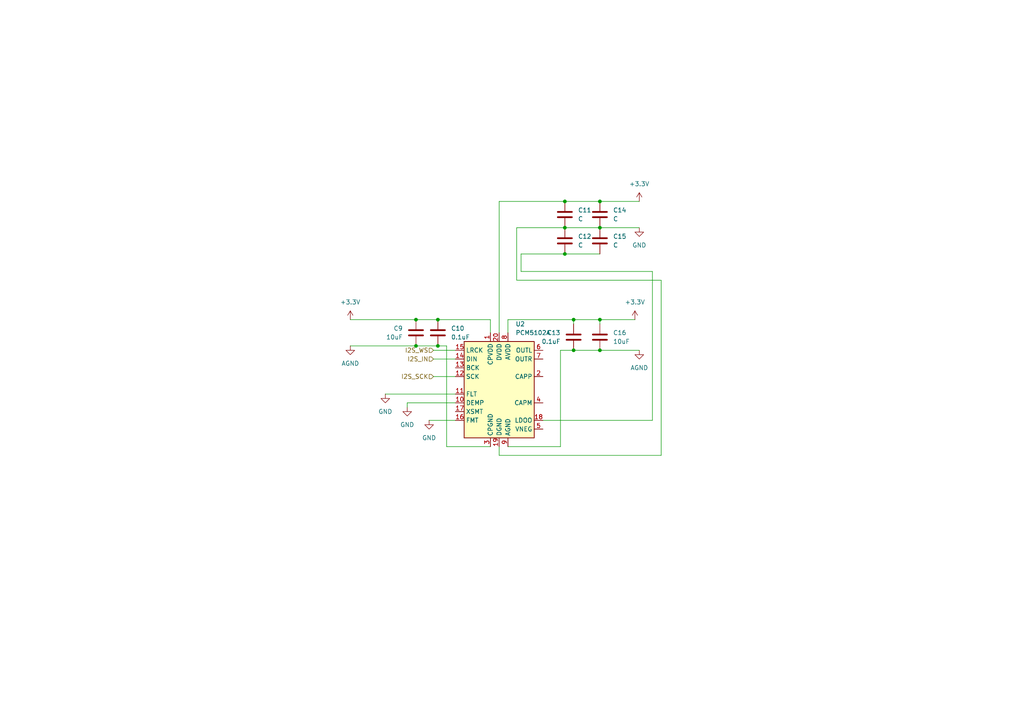
<source format=kicad_sch>
(kicad_sch (version 20231120) (generator "eeschema") (generator_version "8.0")
  (paper "A4")
  (lib_symbols
    (symbol "Audio:PCM5102A"
      (property "Reference" "U" (at -10.16 13.97 0))
      (property "Value" "PCM5102A" (at 3.81 13.97 0))
      (symbol "PCM5102A_0_1"
        (rectangle (start -10.16 12.7) (end 10.16 -15.24) (stroke (width 0.254)) (fill (type background)))
      )
      (symbol "PCM5102A_1_1"
        (pin passive line (at -2.54 15.24 270) (length 2.54) (name "CPVDD") (number "1"))
        (pin input line (at -12.7 -5.08 0) (length 2.54) (name "DEMP") (number "10"))
        (pin input line (at -12.7 -2.54 0) (length 2.54) (name "FLT") (number "11"))
        (pin input line (at -12.7 2.54 0) (length 2.54) (name "SCK") (number "12"))
        (pin input line (at -12.7 5.08 0) (length 2.54) (name "BCK") (number "13"))
        (pin input line (at -12.7 7.62 0) (length 2.54) (name "DIN") (number "14"))
        (pin input line (at -12.7 10.16 0) (length 2.54) (name "LRCK") (number "15"))
        (pin input line (at -12.7 -10.16 0) (length 2.54) (name "FMT") (number "16"))
        (pin input line (at -12.7 -7.62 0) (length 2.54) (name "XSMT") (number "17"))
        (pin passive line (at 12.7 -10.16 180) (length 2.54) (name "LDOO") (number "18"))
        (pin power_in line (at 0 -17.78 90) (length 2.54) (name "DGND") (number "19"))
        (pin passive line (at 12.7 2.54 180) (length 2.54) (name "CAPP") (number "2"))
        (pin power_in line (at 0 15.24 270) (length 2.54) (name "DVDD") (number "20"))
        (pin power_in line (at -2.54 -17.78 90) (length 2.54) (name "CPGND") (number "3"))
        (pin passive line (at 12.7 -5.08 180) (length 2.54) (name "CAPM") (number "4"))
        (pin passive line (at 12.7 -12.7 180) (length 2.54) (name "VNEG") (number "5"))
        (pin output line (at 12.7 10.16 180) (length 2.54) (name "OUTL") (number "6"))
        (pin output line (at 12.7 7.62 180) (length 2.54) (name "OUTR") (number "7"))
        (pin power_in line (at 2.54 15.24 270) (length 2.54) (name "AVDD") (number "8"))
        (pin power_in line (at 2.54 -17.78 90) (length 2.54) (name "AGND") (number "9"))
      )
    )
    (symbol "Device:C" (pin_numbers hide) (pin_names (offset 0.254))
      (property "Reference" "C" (at 0.635 2.54 0))
      (property "Value" "C" (at 0.635 -2.54 0))
      (symbol "C_0_1"
        (polyline (pts (xy -2.032 -0.762) (xy 2.032 -0.762)) (stroke (width 0.508)))
        (polyline (pts (xy -2.032 0.762) (xy 2.032 0.762)) (stroke (width 0.508)))
      )
      (symbol "C_1_1"
        (pin passive line (at 0 3.81 270) (length 2.794) (name "~") (number "1"))
        (pin passive line (at 0 -3.81 90) (length 2.794) (name "~") (number "2"))
      )
    )
    (symbol "power:+3.3V" (power) (pin_numbers hide) (pin_names (offset 0) hide)
      (property "Value" "+3.3V" (at 0 3.556 0))
      (symbol "+3.3V_0_1"
        (polyline (pts (xy -0.762 1.27) (xy 0 2.54)))
        (polyline (pts (xy 0 0) (xy 0 2.54)))
        (polyline (pts (xy 0 2.54) (xy 0.762 1.27)))
      )
      (symbol "+3.3V_1_1"
        (pin power_in line (at 0 0 90) (length 0) (name "~") (number "1"))
      )
    )
    (symbol "power:GND" (power) (pin_numbers hide) (pin_names (offset 0) hide)
      (property "Value" "GND" (at 0 -3.81 0))
      (symbol "GND_0_1"
        (polyline (pts (xy 0 0) (xy 0 -1.27) (xy 1.27 -1.27) (xy 0 -2.54) (xy -1.27 -1.27) (xy 0 -1.27)))
      )
      (symbol "GND_1_1"
        (pin power_in line (at 0 0 270) (length 0) (name "~") (number "1"))
      )
    )
  )
  (junction (at 166.37 101.6))
  (junction (at 120.65 92.71))
  (junction (at 173.99 66.04))
  (junction (at 173.99 58.42))
  (junction (at 166.37 92.71))
  (junction (at 173.99 92.71))
  (junction (at 120.65 100.33))
  (junction (at 163.83 66.04))
  (junction (at 163.83 58.42))
  (junction (at 173.99 101.6))
  (junction (at 127 92.71))
  (junction (at 163.83 73.66))
  (junction (at 127 100.33))
  (wire (pts (xy 129.54 129.54) (xy 129.54 100.33)))
  (wire (pts (xy 111.76 114.3) (xy 132.08 114.3)))
  (wire (pts (xy 191.77 132.08) (xy 191.77 81.28)))
  (wire (pts (xy 125.73 104.14) (xy 132.08 104.14)))
  (wire (pts (xy 125.73 109.22) (xy 132.08 109.22)))
  (wire (pts (xy 144.78 132.08) (xy 191.77 132.08)))
  (wire (pts (xy 166.37 101.6) (xy 173.99 101.6)))
  (wire (pts (xy 142.24 96.52) (xy 142.24 92.71)))
  (wire (pts (xy 149.86 81.28) (xy 191.77 81.28)))
  (wire (pts (xy 173.99 66.04) (xy 185.42 66.04)))
  (wire (pts (xy 151.13 78.74) (xy 151.13 73.66)))
  (wire (pts (xy 147.32 92.71) (xy 166.37 92.71)))
  (wire (pts (xy 173.99 101.6) (xy 185.42 101.6)))
  (wire (pts (xy 144.78 58.42) (xy 163.83 58.42)))
  (wire (pts (xy 127 92.71) (xy 120.65 92.71)))
  (wire (pts (xy 120.65 100.33) (xy 101.6 100.33)))
  (wire (pts (xy 173.99 92.71) (xy 173.99 93.98)))
  (wire (pts (xy 151.13 73.66) (xy 163.83 73.66)))
  (wire (pts (xy 147.32 96.52) (xy 147.32 92.71)))
  (wire (pts (xy 189.23 121.92) (xy 189.23 78.74)))
  (wire (pts (xy 149.86 81.28) (xy 149.86 66.04)))
  (wire (pts (xy 163.83 58.42) (xy 173.99 58.42)))
  (wire (pts (xy 147.32 129.54) (xy 162.56 129.54)))
  (wire (pts (xy 124.46 121.92) (xy 132.08 121.92)))
  (wire (pts (xy 162.56 129.54) (xy 162.56 101.6)))
  (wire (pts (xy 118.11 116.84) (xy 118.11 118.11)))
  (wire (pts (xy 173.99 58.42) (xy 185.42 58.42)))
  (wire (pts (xy 129.54 100.33) (xy 127 100.33)))
  (wire (pts (xy 142.24 92.71) (xy 127 92.71)))
  (wire (pts (xy 163.83 73.66) (xy 173.99 73.66)))
  (wire (pts (xy 189.23 78.74) (xy 151.13 78.74)))
  (wire (pts (xy 166.37 92.71) (xy 173.99 92.71)))
  (wire (pts (xy 173.99 92.71) (xy 184.15 92.71)))
  (wire (pts (xy 142.24 129.54) (xy 129.54 129.54)))
  (wire (pts (xy 132.08 116.84) (xy 118.11 116.84)))
  (wire (pts (xy 101.6 92.71) (xy 120.65 92.71)))
  (wire (pts (xy 144.78 58.42) (xy 144.78 96.52)))
  (wire (pts (xy 149.86 66.04) (xy 163.83 66.04)))
  (wire (pts (xy 166.37 92.71) (xy 166.37 93.98)))
  (wire (pts (xy 144.78 132.08) (xy 144.78 129.54)))
  (wire (pts (xy 127 100.33) (xy 120.65 100.33)))
  (wire (pts (xy 162.56 101.6) (xy 166.37 101.6)))
  (wire (pts (xy 163.83 66.04) (xy 173.99 66.04)))
  (wire (pts (xy 157.48 121.92) (xy 189.23 121.92)))
  (wire (pts (xy 125.73 101.6) (xy 132.08 101.6)))
  (hierarchical_label "I2S_IN" (shape input) (at 125.73 104.14 180))
  (hierarchical_label "I2S_SCK" (shape input) (at 125.73 109.22 180))
  (hierarchical_label "I2S_WS" (shape input) (at 125.73 101.6 180))
  (symbol (lib_id "power:+3.3V") (at 184.15 92.71 0) (unit 1)
    (property "Reference" "#PWR017" (effects (hide yes)))
    (property "Value" "+3.3V" (at 184.15 87.63 0))
    (property "Description" "Power symbol creates a global label with name \"+3.3V\"" (effects (hide yes)))
  )
  (symbol (lib_id "Device:C") (at 163.83 69.85 0) (unit 1)
    (property "Reference" "C12" (at 167.64 68.5799 0) (effects (justify left)))
    (property "Value" "C" (at 167.64 71.1199 0) (effects (justify left)))
    (property "Description" "Unpolarized capacitor" (effects (hide yes)))
  )
  (symbol (lib_id "Device:C") (at 127 96.52 0) (unit 1)
    (property "Reference" "C10" (at 130.81 95.2499 0) (effects (justify left)))
    (property "Value" "0.1uF" (at 130.81 97.7899 0) (effects (justify left)))
    (property "Description" "Unpolarized capacitor" (effects (hide yes)))
  )
  (symbol (lib_id "power:GND") (at 185.42 66.04 0) (unit 1)
    (property "Reference" "#PWR016" (effects (hide yes)))
    (property "Value" "GND" (at 185.42 71.12 0))
    (property "Description" "Power symbol creates a global label with name \"GND\" , ground" (effects (hide yes)))
  )
  (symbol (lib_id "power:GND") (at 185.42 101.6 0) (unit 1)
    (property "Reference" "#PWR018" (effects (hide yes)))
    (property "Value" "AGND" (at 185.42 106.68 0))
    (property "Description" "Power symbol creates a global label with name \"GND\" , ground" (effects (hide yes)))
  )
  (symbol (lib_id "power:GND") (at 118.11 118.11 0) (unit 1)
    (property "Reference" "#PWR013" (effects (hide yes)))
    (property "Value" "GND" (at 118.11 123.19 0))
    (property "Description" "Power symbol creates a global label with name \"GND\" , ground" (effects (hide yes)))
  )
  (symbol (lib_id "power:GND") (at 124.46 121.92 0) (unit 1)
    (property "Reference" "#PWR014" (effects (hide yes)))
    (property "Value" "GND" (at 124.46 127 0))
    (property "Description" "Power symbol creates a global label with name \"GND\" , ground" (effects (hide yes)))
  )
  (symbol (lib_id "Device:C") (at 173.99 97.79 0) (unit 1)
    (property "Reference" "C16" (at 177.8 96.5199 0) (effects (justify left)))
    (property "Value" "10uF" (at 177.8 99.0599 0) (effects (justify left)))
    (property "Description" "Unpolarized capacitor" (effects (hide yes)))
  )
  (symbol (lib_id "power:GND") (at 111.76 114.3 0) (unit 1)
    (property "Reference" "#PWR012" (effects (hide yes)))
    (property "Value" "GND" (at 111.76 119.38 0))
    (property "Description" "Power symbol creates a global label with name \"GND\" , ground" (effects (hide yes)))
  )
  (symbol (lib_id "power:GND") (at 101.6 100.33 0) (unit 1)
    (property "Reference" "#PWR011" (effects (hide yes)))
    (property "Value" "AGND" (at 101.6 105.41 0))
    (property "Description" "Power symbol creates a global label with name \"GND\" , ground" (effects (hide yes)))
  )
  (symbol (lib_id "Device:C") (at 173.99 62.23 0) (unit 1)
    (property "Reference" "C14" (at 177.8 60.9599 0) (effects (justify left)))
    (property "Value" "C" (at 177.8 63.4999 0) (effects (justify left)))
    (property "Description" "Unpolarized capacitor" (effects (hide yes)))
  )
  (symbol (lib_id "Audio:PCM5102A") (at 144.78 111.76 0) (unit 1)
    (property "Reference" "U2" (at 149.5141 93.98 0) (effects (justify left)))
    (property "Value" "PCM5102A" (at 149.5141 96.52 0) (effects (justify left)))
    (property "Footprint" "Package_SO:TSSOP-20_4.4x6.5mm_P0.65mm" (effects (hide yes)))
    (property "Datasheet" "https://www.ti.com/lit/ds/symlink/pcm5102a.pdf" (effects (hide yes)))
    (property "Description" "2.1 VRMS, 112dB Audio Stereo DAC with PLL and 32-bit, 384kHz PCM Interface, TSSOP-20" (effects (hide yes)))
  )
  (symbol (lib_id "Device:C") (at 166.37 97.79 0) (mirror y) (unit 1)
    (property "Reference" "C13" (at 162.56 96.5199 0) (effects (justify left)))
    (property "Value" "0.1uF" (at 162.56 99.0599 0) (effects (justify left)))
    (property "Description" "Unpolarized capacitor" (effects (hide yes)))
  )
  (symbol (lib_id "Device:C") (at 173.99 69.85 0) (unit 1)
    (property "Reference" "C15" (at 177.8 68.5799 0) (effects (justify left)))
    (property "Value" "C" (at 177.8 71.1199 0) (effects (justify left)))
    (property "Description" "Unpolarized capacitor" (effects (hide yes)))
  )
  (symbol (lib_id "Device:C") (at 163.83 62.23 0) (unit 1)
    (property "Reference" "C11" (at 167.64 60.9599 0) (effects (justify left)))
    (property "Value" "C" (at 167.64 63.4999 0) (effects (justify left)))
    (property "Description" "Unpolarized capacitor" (effects (hide yes)))
  )
  (symbol (lib_id "Device:C") (at 120.65 96.52 0) (mirror y) (unit 1)
    (property "Reference" "C9" (at 116.84 95.2499 0) (effects (justify left)))
    (property "Value" "10uF" (at 116.84 97.7899 0) (effects (justify left)))
    (property "Description" "Unpolarized capacitor" (effects (hide yes)))
  )
  (symbol (lib_id "power:+3.3V") (at 185.42 58.42 0) (unit 1)
    (property "Reference" "#PWR015" (effects (hide yes)))
    (property "Value" "+3.3V" (at 185.42 53.34 0))
    (property "Description" "Power symbol creates a global label with name \"+3.3V\"" (effects (hide yes)))
  )
  (symbol (lib_id "power:+3.3V") (at 101.6 92.71 0) (unit 1)
    (property "Reference" "#PWR010" (effects (hide yes)))
    (property "Value" "+3.3V" (at 101.6 87.63 0))
    (property "Description" "Power symbol creates a global label with name \"+3.3V\"" (effects (hide yes)))
  )
)
</source>
